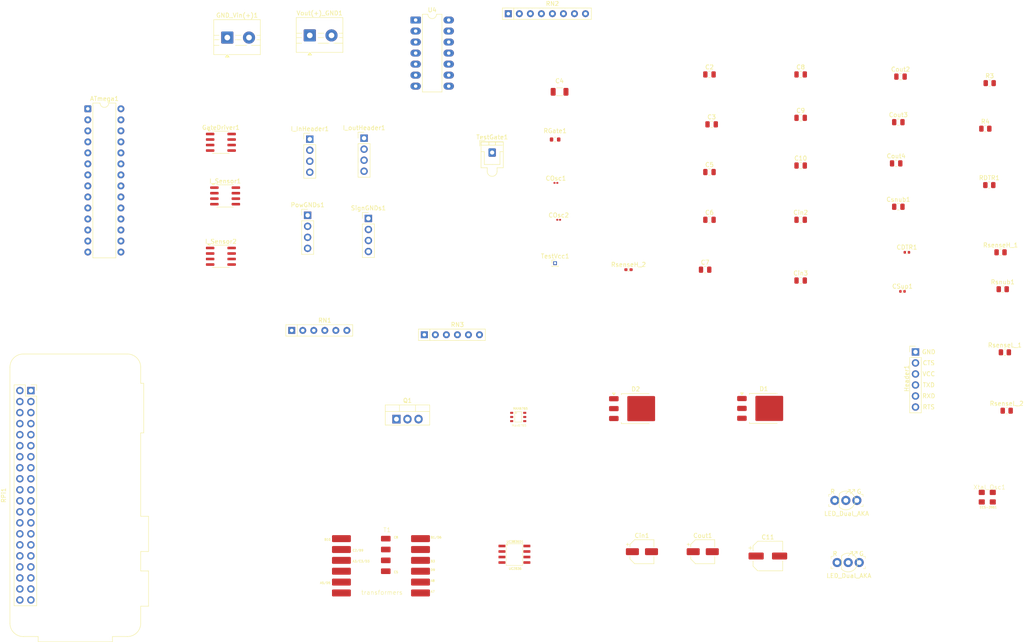
<source format=kicad_pcb>
(kicad_pcb (version 20241229) (generator "pcbnew") (generator_version "9.0")
  (title_block (title "EV Microgrid Flyback Converter ") (company "Cal Poly, Senior Project"))
  (layers (0 "F.Cu" signal) (2 "B.Cu" signal) (13 "F.Paste" user) (15 "B.Paste" user) (5 "F.SilkS" user "F.Silkscreen") (7 "B.SilkS" user "B.Silkscreen") (1 "F.Mask" user) (3 "B.Mask" user) (25 "Edge.Cuts" user))
  (net 0 "")
  (net 1 "/+5Vcc")
  (net 2 "AGND")
  (net 3 "Net-(I_Sensor1-FILTER)")
  (net 4 "PGND")
  (net 5 "/+10Vcc")
  (net 6 "Net-(I_Sensor2-FILTER)")
  (net 7 "Net-(MAX6765-ENABLE)")
  (net 8 "Net-(MAX6765-OUT)")
  (net 9 "/DTR")
  (net 10 "/!Reset")
  (net 11 "Net-(D1-A)")
  (net 12 "/Vin(+)")
  (net 13 "Net-(D2-K)")
  (net 14 "Net-(T1-SA)")
  (net 15 "Net-(D1-K)")
  (net 16 "Net-(D2-A)")
  (net 18 "/PWM")
  (net 20 "Net-(GateDriver1-~{OUT_A})")
  (net 23 "Net-(I_outHeader1-Pin_1)")
  (net 24 "Net-(T1-AA)")
  (net 25 "/IH")
  (net 26 "/IL")
  (net 27 "Net-(Q1-G)")
  (net 28 "Net-(UC3836D1-Feedback)")
  (net 35 "/Red1")
  (net 36 "/Green1")
  (net 37 "Net-(D3-A1)")
  (net 38 "Net-(D3-A2)")
  (net 39 "Net-(D4-A2)")
  (net 40 "/Red2")
  (net 41 "/Green2")
  (net 42 "Net-(D4-A1)")
  (net 49 "/VH")
  (net 51 "/VL")
  (net 52 "/SCLK")
  (net 53 "Net-(ATmega1-XTAL1{slash}PB6)")
  (net 54 "Net-(ATmega1-XTAL2{slash}PB7)")
  (net 56 "/!SS")
  (net 57 "/MOSI")
  (net 58 "/RXD")
  (net 60 "/TXD")
  (net 61 "/ProReset")
  (net 62 "/MISO")
  (net 71 "Net-(UC3836D1-Shutdown)")
  (net 72 "Net-(UC3836D1-Driver_Sink)")
  (net 88 "Net-(RPi1-3V3-Pad1)")
  (footprint "Capacitor_SMD:C_0201_0603Metric" (layer "F.Cu") (at 146.32 66.5)
    (property "Reference" "COsc2" (at 0 -1.05 0) (layer "F.SilkS"))
    (property "Value" "22pF")
    (pad "1" smd roundrect (at -0.32 0) (size 0.46 0.4) (layers "F.Cu" "F.Mask") (net 2 "AGND"))
    (pad "2" smd roundrect (at 0.32 0) (size 0.46 0.4) (layers "F.Cu" "F.Mask") (net 53 "Net-(ATmega1-XTAL1{slash}PB6)"))
  )
  (footprint "Capacitor_SMD:C_0805_2012Metric" (layer "F.Cu") (at 202.05 33)
    (property "Reference" "C8" (at 0 -1.68 0) (layer "F.SilkS"))
    (property "Value" "0.1u")
    (pad "1" smd roundrect (at -0.95 0) (size 1 1.45) (layers "F.Cu" "F.Mask" "F.Paste") (net 8 "Net-(MAX6765-OUT)"))
    (pad "2" smd roundrect (at 0.95 0) (size 1 1.45) (layers "F.Cu" "F.Mask" "F.Paste") (net 1 "/+5Vcc"))
  )
  (footprint "Capacitor_SMD:C_0805_2012Metric" (layer "F.Cu") (at 224.55 44)
    (property "Reference" "Cout3" (at 0 -1.68 0) (layer "F.SilkS"))
    (property "Value" "5u")
    (pad "1" smd roundrect (at -0.95 0) (size 1 1.45) (layers "F.Cu" "F.Mask" "F.Paste") (net 13 "Net-(D2-K)"))
    (pad "2" smd roundrect (at 0.95 0) (size 1 1.45) (layers "F.Cu" "F.Mask" "F.Paste") (net 14 "Net-(T1-SA)"))
  )
  (footprint "Capacitor_SMD:C_0201_0603Metric" (layer "F.Cu") (at 145.68 58)
    (property "Reference" "COsc1" (at 0 -1.05 0) (layer "F.SilkS"))
    (property "Value" "22pF")
    (pad "1" smd roundrect (at -0.32 0) (size 0.46 0.4) (layers "F.Cu" "F.Mask") (net 2 "AGND"))
    (pad "2" smd roundrect (at 0.32 0) (size 0.46 0.4) (layers "F.Cu" "F.Mask") (net 54 "Net-(ATmega1-XTAL2{slash}PB7)"))
  )
  (footprint "Resistor_SMD:R_0805_2012Metric" (layer "F.Cu") (at 244.5875 45.5)
    (property "Reference" "R4" (at 0 -1.65 0) (layer "F.SilkS"))
    (property "Value" "2.5k")
    (pad "1" smd roundrect (at -0.9125 0) (size 1.025 1.4) (layers "F.Cu" "F.Mask" "F.Paste") (roundrect_rratio 0.243902) (net 4 "PGND"))
    (pad "2" smd roundrect (at 0.9125 0) (size 1.025 1.4) (layers "F.Cu" "F.Mask" "F.Paste") (roundrect_rratio 0.243902) (net 28 "Net-(UC3836D1-Feedback)"))
  )
  (footprint "Capacitor_SMD:C_0805_2012Metric" (layer "F.Cu") (at 225.05 33.5)
    (property "Reference" "Cout2" (at 0 -1.68 0) (layer "F.SilkS"))
    (property "Value" "5u")
    (pad "1" smd roundrect (at -0.95 0) (size 1 1.45) (layers "F.Cu" "F.Mask" "F.Paste") (net 13 "Net-(D2-K)"))
    (pad "2" smd roundrect (at 0.95 0) (size 1 1.45) (layers "F.Cu" "F.Mask" "F.Paste") (net 14 "Net-(T1-SA)"))
  )
  (footprint "Resistor_SMD:R_0805_2012Metric" (layer "F.Cu") (at 245.5 58.5)
    (property "Reference" "RDTR1" (at 0 -1.65 0) (layer "F.SilkS"))
    (property "Value" "10k")
    (pad "1" smd roundrect (at -0.9125 0) (size 1.025 1.4) (layers "F.Cu" "F.Mask" "F.Paste") (roundrect_rratio 0.243902) (net 10 "/!Reset"))
    (pad "2" smd roundrect (at 0.9125 0) (size 1.025 1.4) (layers "F.Cu" "F.Mask" "F.Paste") (roundrect_rratio 0.243902) (net 1 "/+5Vcc"))
  )
  (footprint "Capacitor_SMD:C_0805_2012Metric" (layer "F.Cu") (at 202.05 66.5)
    (property "Reference" "Cin2" (at 0 -1.68 0) (layer "F.SilkS"))
    (property "Value" "5u")
    (pad "1" smd roundrect (at -0.95 0) (size 1 1.45) (layers "F.Cu" "F.Mask" "F.Paste") (net 12 "/Vin(+)"))
    (pad "2" smd roundrect (at 0.95 0) (size 1 1.45) (layers "F.Cu" "F.Mask" "F.Paste") (net 11 "Net-(D1-A)"))
  )
  (footprint "FlybackSpecialtyComps:LED_3pin_P2.54mm" (layer "F.Cu") (at 210.46 145.5)
    (property "Reference" "D4")
    (property "Value" "LED_Dual_AKA" (at 2.71 3.048 0) (layer "F.SilkS"))
    (fp_text user "R" (at -0.508 -2.032 0) (layer "F.SilkS"))
    (fp_text user "G" (at 5.588 -2.032 0) (layer "F.SilkS"))
    (pad "1" thru_hole circle (at 0 0) (size 2.1 2.1) (drill 1.1) (layers "*.Cu" "*.Mask") (net 42 "Net-(D4-A1)"))
    (pad "2" thru_hole circle (at 2.54 0) (size 2.1 2.1) (drill 1.1) (layers "*.Cu" "*.Mask") (net 2 "AGND"))
    (pad "3" thru_hole circle (at 5.08 0) (size 2.1 2.1) (drill 1.1) (layers "*.Cu" "*.Mask") (net 39 "Net-(D4-A2)"))
  )
  (footprint "Capacitor_SMD:C_0805_2012Metric" (layer "F.Cu") (at 224.05 53.5)
    (property "Reference" "Cout4" (at 0 -1.68 0) (layer "F.SilkS"))
    (property "Value" "5u")
    (pad "1" smd roundrect (at -0.95 0) (size 1 1.45) (layers "F.Cu" "F.Mask" "F.Paste") (net 13 "Net-(D2-K)"))
    (pad "2" smd roundrect (at 0.95 0) (size 1 1.45) (layers "F.Cu" "F.Mask" "F.Paste") (net 14 "Net-(T1-SA)"))
  )
  (footprint "Package_SO:SOIC-8_3.9x4.9mm_P1.27mm" (layer "F.Cu") (at 68.525 74.905)
    (property "Reference" "I_Sensor2" (at 0 -3.4 0) (layer "F.SilkS"))
    (property "Value" "ACS712xLCTR-05B")
    (pad "1" smd roundrect (at -2.475 -1.905) (size 1.95 0.6) (layers "F.Cu" "F.Mask" "F.Paste") (net 23 "Net-(I_outHeader1-Pin_1)"))
    (pad "2" smd roundrect (at -2.475 -0.635) (size 1.95 0.6) (layers "F.Cu" "F.Mask" "F.Paste") (net 23 "Net-(I_outHeader1-Pin_1)"))
    (pad "3" smd roundrect (at -2.475 0.635) (size 1.95 0.6) (layers "F.Cu" "F.Mask" "F.Paste") (net 16 "Net-(D2-A)"))
    (pad "4" smd roundrect (at -2.475 1.905) (size 1.95 0.6) (layers "F.Cu" "F.Mask" "F.Paste") (net 16 "Net-(D2-A)"))
    (pad "5" smd roundrect (at 2.475 1.905) (size 1.95 0.6) (layers "F.Cu" "F.Mask" "F.Paste") (net 2 "AGND"))
    (pad "6" smd roundrect (at 2.475 0.635) (size 1.95 0.6) (layers "F.Cu" "F.Mask" "F.Paste") (net 6 "Net-(I_Sensor2-FILTER)"))
    (pad "7" smd roundrect (at 2.475 -0.635) (size 1.95 0.6) (layers "F.Cu" "F.Mask" "F.Paste") (net 26 "/IL"))
    (pad "8" smd roundrect (at 2.475 -1.905) (size 1.95 0.6) (layers "F.Cu" "F.Mask" "F.Paste") (net 1 "/+5Vcc"))
  )
  (footprint "Package_SO:SOIC-8_3.9x4.9mm_P1.27mm" (layer "F.Cu") (at 68.525 48.635)
    (property "Reference" "GateDriver1" (at 0 -3.4 0) (layer "F.SilkS"))
    (property "Value" "TC4426xOA")
    (pad "1" smd roundrect (at -2.475 -1.905) (size 1.95 0.6) (layers "F.Cu" "F.Mask" "F.Paste"))
    (pad "2" smd roundrect (at -2.475 -0.635) (size 1.95 0.6) (layers "F.Cu" "F.Mask" "F.Paste") (net 18 "/PWM"))
    (pad "3" smd roundrect (at -2.475 0.635) (size 1.95 0.6) (layers "F.Cu" "F.Mask" "F.Paste") (net 4 "PGND"))
    (pad "4" smd roundrect (at -2.475 1.905) (size 1.95 0.6) (layers "F.Cu" "F.Mask" "F.Paste"))
    (pad "5" smd roundrect (at 2.475 1.905) (size 1.95 0.6) (layers "F.Cu" "F.Mask" "F.Paste"))
    (pad "6" smd roundrect (at 2.475 0.635) (size 1.95 0.6) (layers "F.Cu" "F.Mask" "F.Paste") (net 5 "/+10Vcc"))
    (pad "7" smd roundrect (at 2.475 -0.635) (size 1.95 0.6) (layers "F.Cu" "F.Mask" "F.Paste") (net 20 "Net-(GateDriver1-~{OUT_A})"))
    (pad "8" smd roundrect (at 2.475 -1.905) (size 1.95 0.6) (layers "F.Cu" "F.Mask" "F.Paste"))
  )
  (footprint "Connector_PinHeader_1.00mm:PinHeader_1x01_P1.00mm_Vertical" (layer "F.Cu") (at 145.5 76.5)
    (property "Reference" "TestVcc1" (at 0 -1.61 0) (layer "F.SilkS"))
    (property "Value" "Conn_01x01_Pin")
    (pad "1" thru_hole rect (at 0 0) (size 0.85 0.85) (drill 0.5) (layers "*.Cu" "*.Mask") (net 1 "/+5Vcc"))
  )
  (footprint "FlybackSpecialtyComps:transformers" (layer "F.Cu") (at 96.288 139.994)
    (property "Reference" "T1" (at 10.5 -2 0) (layer "F.SilkS") (effects (font (thickness 0.1))))
    (property "Value" "Transformer_1P_1S")
    (fp_text user "B1/D6" (at 20.5 0 0) (layer "F.SilkS") (effects (font (size 0.5 0.5) (thickness 0.1)) (justify left bottom)))
    (fp_text user "C5" (at 12 8 0) (layer "F.SilkS") (effects (font (size 0.5 0.5) (thickness 0.1)) (justify left bottom)))
    (fp_text user "C8" (at 12 0 0) (layer "F.SilkS") (effects (font (size 0.5 0.5) (thickness 0.1)) (justify left bottom)))
    (fp_text user "D9" (at 20.5 7.5 0) (layer "F.SilkS") (effects (font (size 0.5 0.5) (thickness 0.1)) (justify left bottom)))
    (fp_text user "B3" (at 20.5 5.5 0) (layer "F.SilkS") (effects (font (size 0.5 0.5) (thickness 0.1)) (justify left bottom)))
    (fp_text user "transformers" (at 4.5 13 0) (layer "F.SilkS") (effects (font (thickness 0.1)) (justify left bottom)))
    (fp_text user "C2/B9" (at 2.5 3 0) (layer "F.SilkS") (effects (font (size 0.5 0.5) (thickness 0.1)) (justify left bottom)))
    (fp_text user "A5/D5" (at -5 10.5 0) (layer "F.SilkS") (effects (font (size 0.5 0.5) (thickness 0.1)) (justify left bottom)))
    (fp_text user "A8" (at 20.5 10 0) (layer "F.SilkS") (effects (font (size 0.5 0.5) (thickness 0.1)) (justify left bottom)))
    (fp_text user "A3/C3/D3" (at 2.5 5.5 0) (layer "F.SilkS") (effects (font (size 0.5 0.5) (thickness 0.1)) (justify left bottom)))
    (fp_text user "A7" (at 20.5 12.5 0) (layer "F.SilkS") (effects (font (size 0.5 0.5) (thickness 0.1)) (justify left bottom)))
    (fp_text user "B10" (at -4 0.5 0) (layer "F.SilkS") (effects (font (size 0.5 0.5) (thickness 0.1)) (justify left bottom)))
    (pad "1" smd roundrect (at 0 0) (size 4.349 1.615) (layers "F.Cu" "F.Mask" "F.Paste") (roundrect_rratio 0.15) (net 24 "Net-(T1-AA)"))
    (pad "2" smd roundrect (at 0 2.503) (size 4.349 1.615) (layers "F.Cu" "F.Mask" "F.Paste" "Dwgs.User") (roundrect_rratio 0.15) (net 11 "Net-(D1-A)"))
    (pad "3" smd roundrect (at 0 5.006) (size 4.349 1.615) (layers "F.Cu" "F.Mask" "F.Paste" "Dwgs.User") (roundrect_rratio 0.15) (net 14 "Net-(T1-SA)"))
    (pad "4" smd roundrect (at 0 7.509) (size 4.349 1.615) (layers "F.Cu" "F.Mask" "F.Paste" "Dwgs.User") (roundrect_rratio 0.15) (net 23 "Net-(I_outHeader1-Pin_1)"))
    (pad "5" smd roundrect (at 0 10.012) (size 4.349 1.615) (layers "F.Cu" "F.Mask" "F.Paste" "Dwgs.User") (roundrect_rratio 0.15))
    (pad "6" smd roundrect (at 0 12.515) (size 4.349 1.615) (layers "F.Cu" "F.Mask" "F.Paste" "Dwgs.User") (roundrect_rratio 0.15))
    (pad "7" smd roundrect (at 18.212 0) (size 4.349 1.615) (layers "F.Cu" "F.Mask" "F.Paste") (roundrect_rratio 0.15))
    (pad "8" smd roundrect (at 18.212 2.503) (size 4.349 1.615) (layers "F.Cu" "F.Mask" "F.Paste") (roundrect_rratio 0.15))
    (pad "9" smd roundrect (at 18.212 5.006) (size 4.349 1.615) (layers "F.Cu" "F.Mask" "F.Paste" "Dwgs.User") (roundrect_rratio 0.15))
    (pad "10" smd roundrect (at 18.212 7.509) (size 4.349 1.615) (layers "F.Cu" "F.Mask" "F.Paste" "Dwgs.User") (roundrect_rratio 0.15))
    (pad "11" smd roundrect (at 18.212 10.012) (size 4.349 1.615) (layers "F.Cu" "F.Mask" "F.Paste" "Dwgs.User") (roundrect_rratio 0.15))
    (pad "12" smd roundrect (at 18.212 12.515) (size 4.349 1.615) (layers "F.Cu" "F.Mask" "F.Paste" "Dwgs.User") (roundrect_rratio 0.15))
    (pad "13" smd roundrect (at 10.211 0) (size 2.21 1.299) (layers "F.Cu" "F.Mask" "F.Paste" "Dwgs.User") (roundrect_rratio 0.15))
    (pad "14" smd roundrect (at 10.211 2.503) (size 2.21 1.299) (layers "F.Cu" "F.Mask" "F.Paste" "Dwgs.User") (roundrect_rratio 0.15))
    (pad "15" smd roundrect (at 10.211 5.006) (size 2.21 1.299) (layers "F.Cu" "F.Mask" "F.Paste" "Dwgs.User") (roundrect_rratio 0.15))
    (pad "16" smd roundrect (at 10.211 7.509) (size 2.21 1.299) (layers "F.Cu" "F.Mask" "F.Paste" "Dwgs.User") (roundrect_rratio 0.15))
  )
  (footprint "Capacitor_SMD:CP_Elec_5x4.5" (layer "F.Cu") (at 165.5 143)
    (property "Reference" "Cin1" (at 0 -3.7 0) (layer "F.SilkS"))
    (property "Value" "10u")
    (pad "1" smd roundrect (at -2.2 0) (size 3 1.6) (layers "F.Cu" "F.Mask" "F.Paste") (roundrect_rratio 0.15625) (net 12 "/Vin(+)"))
    (pad "2" smd roundrect (at 2.2 0) (size 3 1.6) (layers "F.Cu" "F.Mask" "F.Paste") (roundrect_rratio 0.15625) (net 11 "Net-(D1-A)"))
  )
  (footprint "Package_TO_SOT_SMD:TO-252-3_TabPin2" (layer "F.Cu") (at 164.065 110.025)
    (property "Reference" "D2" (at 0 -4.5 0) (layer "F.SilkS"))
    (property "Value" "D")
    (pad "1" smd roundrect (at -5.04 -2.28) (size 2.2 1.2) (layers "F.Cu" "F.Mask" "F.Paste") (roundrect_rratio 0.208333) (net 13 "Net-(D2-K)"))
    (pad "2" smd roundrect (at -5.04 0) (size 2.2 1.2) (layers "F.Cu" "F.Mask" "F.Paste") (roundrect_rratio 0.208333) (net 16 "Net-(D2-A)"))
    (pad "2" smd roundrect (at 1.26 0) (size 6.4 5.8) (layers "F.Cu" "F.Mask") (roundrect_rratio 0.043103) (net 16 "Net-(D2-A)"))
    (pad "3" smd roundrect (at -5.04 2.28) (size 2.2 1.2) (layers "F.Cu" "F.Mask" "F.Paste") (roundrect_rratio 0.208333))
  )
  (footprint "Package_DIP:DIP-14_W7.62mm_LongPads" (layer "F.Cu") (at 113.38 20.46)
    (property "Reference" "U4" (at 3.81 -2.33 0) (layer "F.SilkS"))
    (property "Value" "74HC02")
    (pad "1" thru_hole roundrect (at 0 0) (size 2.4 1.6) (drill 0.8) (layers "*.Cu" "*.Mask") (roundrect_rratio 0.15625))
    (pad "2" thru_hole oval (at 0 2.54) (size 2.4 1.6) (drill 0.8) (layers "*.Cu" "*.Mask"))
    (pad "3" thru_hole oval (at 0 5.08) (size 2.4 1.6) (drill 0.8) (layers "*.Cu" "*.Mask"))
    (pad "4" thru_hole oval (at 0 7.62) (size 2.4 1.6) (drill 0.8) (layers "*.Cu" "*.Mask"))
    (pad "5" thru_hole oval (at 0 10.16) (size 2.4 1.6) (drill 0.8) (layers "*.Cu" "*.Mask"))
    (pad "6" thru_hole oval (at 0 12.7) (size 2.4 1.6) (drill 0.8) (layers "*.Cu" "*.Mask"))
    (pad "7" thru_hole oval (at 0 15.24) (size 2.4 1.6) (drill 0.8) (layers "*.Cu" "*.Mask"))
    (pad "8" thru_hole oval (at 7.62 15.24) (size 2.4 1.6) (drill 0.8) (layers "*.Cu" "*.Mask"))
    (pad "9" thru_hole oval (at 7.62 12.7) (size 2.4 1.6) (drill 0.8) (layers "*.Cu" "*.Mask"))
    (pad "10" thru_hole oval (at 7.62 10.16) (size 2.4 1.6) (drill 0.8) (layers "*.Cu" "*.Mask"))
    (pad "11" thru_hole oval (at 7.62 7.62) (size 2.4 1.6) (drill 0.8) (layers "*.Cu" "*.Mask"))
    (pad "12" thru_hole oval (at 7.62 5.08) (size 2.4 1.6) (drill 0.8) (layers "*.Cu" "*.Mask"))
    (pad "13" thru_hole oval (at 7.62 2.54) (size 2.4 1.6) (drill 0.8) (layers "*.Cu" "*.Mask"))
    (pad "14" thru_hole oval (at 7.62 0) (size 2.4 1.6) (drill 0.8) (layers "*.Cu" "*.Mask"))
  )
  (footprint "Resistor_THT:R_Array_SIP6" (layer "F.Cu") (at 84.84 92)
    (property "Reference" "RN1" (at 7.62 -2.31 0) (layer "F.SilkS"))
    (property "Value" "R_Network05")
    (pad "1" thru_hole rect (at 0 0) (size 1.6 1.6) (drill 0.8) (layers "*.Cu" "*.Mask"))
    (pad "2" thru_hole circle (at 2.54 0) (size 1.6 1.6) (drill 0.8) (layers "*.Cu" "*.Mask"))
    (pad "3" thru_hole circle (at 5.08 0) (size 1.6 1.6) (drill 0.8) (layers "*.Cu" "*.Mask"))
    (pad "4" thru_hole circle (at 7.62 0) (size 1.6 1.6) (drill 0.8) (layers "*.Cu" "*.Mask"))
    (pad "5" thru_hole circle (at 10.16 0) (size 1.6 1.6) (drill 0.8) (layers "*.Cu" "*.Mask"))
    (pad "6" thru_hole circle (at 12.7 0) (size 1.6 1.6) (drill 0.8) (layers "*.Cu" "*.Mask"))
  )
  (footprint "Resistor_THT:R_Array_SIP8" (layer "F.Cu") (at 134.72 19)
    (property "Reference" "RN2" (at 10.16 -2.31 0) (layer "F.SilkS"))
    (property "Value" "R_Pack04_SIP")
    (pad "1" thru_hole rect (at 0 0) (size 1.6 1.6) (drill 0.8) (layers "*.Cu" "*.Mask") (net 35 "/Red1"))
    (pad "2" thru_hole circle (at 2.54 0) (size 1.6 1.6) (drill 0.8) (layers "*.Cu" "*.Mask") (net 37 "Net-(D3-A1)"))
    (pad "3" thru_hole circle (at 5.08 0) (size 1.6 1.6) (drill 0.8) (layers "*.Cu" "*.Mask") (net 36 "/Green1"))
    (pad "4" thru_hole circle (at 7.62 0) (size 1.6 1.6) (drill 0.8) (layers "*.Cu" "*.Mask") (net 38 "Net-(D3-A2)"))
    (pad "5" thru_hole circle (at 10.16 0) (size 1.6 1.6) (drill 0.8) (layers "*.Cu" "*.Mask") (net 40 "/Red2"))
    (pad "6" thru_hole circle (at 12.7 0) (size 1.6 1.6) (drill 0.8) (layers "*.Cu" "*.Mask") (net 42 "Net-(D4-A1)"))
    (pad "7" thru_hole circle (at 15.24 0) (size 1.6 1.6) (drill 0.8) (layers "*.Cu" "*.Mask") (net 41 "/Green2"))
    (pad "8" thru_hole circle (at 17.78 0) (size 1.6 1.6) (drill 0.8) (layers "*.Cu" "*.Mask") (net 39 "Net-(D4-A2)"))
  )
  (footprint "Resistor_SMD:R_0805_2012Metric" (layer "F.Cu") (at 248.5875 82.5)
    (property "Reference" "Rsnub1" (at 0 -1.65 0) (layer "F.SilkS"))
    (property "Value" "110")
    (pad "1" smd roundrect (at -0.9125 0) (size 1.025 1.4) (layers "F.Cu" "F.Mask" "F.Paste") (roundrect_rratio 0.243902) (net 12 "/Vin(+)"))
    (pad "2" smd roundrect (at 0.9125 0) (size 1.025 1.4) (layers "F.Cu" "F.Mask" "F.Paste") (roundrect_rratio 0.243902) (net 15 "Net-(D1-K)"))
  )
  (footprint "Capacitor_SMD:C_0805_2012Metric" (layer "F.Cu") (at 202.05 43)
    (property "Reference" "C9" (at 0 -1.68 0) (layer "F.SilkS"))
    (property "Value" "10u")
    (pad "1" smd roundrect (at -0.95 0) (size 1 1.45) (layers "F.Cu" "F.Mask" "F.Paste") (net 4 "PGND"))
    (pad "2" smd roundrect (at 0.95 0) (size 1 1.45) (layers "F.Cu" "F.Mask" "F.Paste") (net 5 "/+10Vcc"))
  )
  (footprint "Connector_PinHeader_2.54mm:PinHeader_1x04_P2.54mm_Vertical" (layer "F.Cu") (at 89 47.92)
    (property "Reference" "I_InHeader1" (at 0 -2.38 0) (layer "F.SilkS"))
    (property "Value" "Conn_01x04_Pin")
    (pad "1" thru_hole rect (at 0 0) (size 1.7 1.7) (drill 1) (layers "*.Cu" "*.Mask") (net 12 "/Vin(+)"))
    (pad "2" thru_hole circle (at 0 2.54) (size 1.7 1.7) (drill 1) (layers "*.Cu" "*.Mask") (net 12 "/Vin(+)"))
    (pad "3" thru_hole circle (at 0 5.08) (size 1.7 1.7) (drill 1) (layers "*.Cu" "*.Mask") (net 12 "/Vin(+)"))
    (pad "4" thru_hole circle (at 0 7.62) (size 1.7 1.7) (drill 1) (layers "*.Cu" "*.Mask") (net 12 "/Vin(+)"))
  )
  (footprint "Capacitor_SMD:C_0805_2012Metric" (layer "F.Cu") (at 180.05 78)
    (property "Reference" "C7" (at 0 -1.68 0) (layer "F.SilkS"))
    (property "Value" "10u")
    (pad "1" smd roundrect (at -0.95 0) (size 1 1.45) (layers "F.Cu" "F.Mask" "F.Paste") (net 7 "Net-(MAX6765-ENABLE)"))
    (pad "2" smd roundrect (at 0.95 0) (size 1 1.45) (layers "F.Cu" "F.Mask" "F.Paste") (net 5 "/+10Vcc"))
  )
  (footprint "Capacitor_SMD:C_0805_2012Metric" (layer "F.Cu") (at 224.55 63.5)
    (property "Reference" "Csnub1" (at 0 -1.68 0) (layer "F.SilkS"))
    (property "Value" "4n")
    (pad "1" smd roundrect (at -0.95 0) (size 1 1.45) (layers "F.Cu" "F.Mask" "F.Paste") (net 12 "/Vin(+)"))
    (pad "2" smd roundrect (at 0.95 0) (size 1 1.45) (layers "F.Cu" "F.Mask" "F.Paste") (net 15 "Net-(D1-K)"))
  )
  (footprint "Capacitor_SMD:CP_Elec_5x4.5" (layer "F.Cu") (at 179.5 143)
    (property "Reference" "Cout1" (at 0 -3.7 0) (layer "F.SilkS"))
    (property "Value" "15u")
    (pad "1" smd roundrect (at -2.2 0) (size 3 1.6) (layers "F.Cu" "F.Mask" "F.Paste") (roundrect_rratio 0.15625) (net 13 "Net-(D2-K)"))
    (pad "2" smd roundrect (at 2.2 0) (size 3 1.6) (layers "F.Cu" "F.Mask" "F.Paste") (roundrect_rratio 0.15625) (net 14 "Net-(T1-SA)"))
  )
  (footprint "Capacitor_SMD:C_0402_1005Metric" (layer "F.Cu") (at 225.5 83)
    (property "Reference" "CSup1" (at 0 -1.16 0) (layer "F.SilkS"))
    (property "Value" "1uF")
    (pad "1" smd roundrect (at -0.48 0) (size 0.56 0.62) (layers "F.Cu" "F.Mask" "F.Paste") (net 1 "/+5Vcc"))
    (pad "2" smd roundrect (at 0.48 0) (size 0.56 0.62) (layers "F.Cu" "F.Mask" "F.Paste") (net 4 "PGND"))
  )
  (footprint "Capacitor_SMD:C_0805_2012Metric" (layer "F.Cu") (at 181.05 33)
    (property "Reference" "C2" (at 0 -1.68 0) (layer "F.SilkS"))
    (property "Value" "0.1u")
    (pad "1" smd roundrect (at -0.95 0) (size 1 1.45) (layers "F.Cu" "F.Mask" "F.Paste") (net 1 "/+5Vcc"))
    (pad "2" smd roundrect (at 0.95 0) (size 1 1.45) (layers "F.Cu" "F.Mask" "F.Paste") (net 2 "AGND"))
  )
  (footprint "Capacitor_SMD:C_0805_2012Metric" (layer "F.Cu") (at 181.05 55.5)
    (property "Reference" "C5" (at 0 -1.68 0) (layer "F.SilkS"))
    (property "Value" "0.1u")
    (pad "1" smd roundrect (at -0.95 0) (size 1 1.45) (layers "F.Cu" "F.Mask" "F.Paste") (net 1 "/+5Vcc"))
    (pad "2" smd roundrect (at 0.95 0) (size 1 1.45) (layers "F.Cu" "F.Mask" "F.Paste") (net 2 "AGND"))
  )
  (footprint "Connector_PinHeader_2.54mm:PinHeader_1x04_P2.54mm_Vertical" (layer "F.Cu") (at 88.5 65.46)
    (property "Reference" "PowGNDs1" (at 0 -2.38 0) (layer "F.SilkS"))
    (property "Value" "Conn_01x04_Pin")
    (pad "1" thru_hole rect (at 0 0) (size 1.7 1.7) (drill 1) (layers "*.Cu" "*.Mask") (net 4 "PGND"))
    (pad "2" thru_hole circle (at 0 2.54) (size 1.7 1.7) (drill 1) (layers "*.Cu" "*.Mask") (net 4 "PGND"))
    (pad "3" thru_hole circle (at 0 5.08) (size 1.7 1.7) (drill 1) (layers "*.Cu" "*.Mask") (net 4 "PGND"))
    (pad "4" thru_hole circle (at 0 7.62) (size 1.7 1.7) (drill 1) (layers "*.Cu" "*.Mask") (net 4 "PGND"))
  )
  (footprint "Connector_JST:JST_XH_B1B-XH-AM_1x01_P2.50mm_Vertical" (layer "F.Cu") (at 131 51)
    (property "Reference" "TestGate1" (at 0 -3.55 0) (layer "F.SilkS"))
    (property "Value" "Conn_01x01_Pin")
    (pad "" np_thru_hole circle (at 0 4.35) (size 1.75 1.75) (drill 1.75) (layers "*.Cu" "*.Mask"))
    (pad "1" thru_hole roundrect (at 0 0) (size 1.7 1.95) (drill 0.95) (layers "*.Cu" "*.Mask") (roundrect_rratio 0.147059) (net 27 "Net-(Q1-G)"))
  )
  (footprint "FlybackSpecialtyComps:Max6765" (layer "F.Cu") (at 135.5 111)
    (property "Reference" "MAX6765" (at 2 -1 0) (layer "F.SilkS") (effects (font (size 0.5 0.5) (thickness 0.1))))
    (property "Value" "5V Regulator")
    (fp_text user "Max6765" (at 0 3.2 0) (layer "F.SilkS") (effects (font (size 0.5 0.5) (thickness 0.0625)) (justify left bottom)))
    (pad "1" smd roundrect (at 0 0) (size 0.71 0.46) (layers "F.Cu" "F.Mask" "F.Paste") (roundrect_rratio 0.15) (net 7 "Net-(MAX6765-ENABLE)"))
    (pad "2" smd roundrect (at 0 0.95) (size 0.71 0.46) (layers "F.Cu" "F.Mask" "F.Paste") (roundrect_rratio 0.15) (net 2 "AGND"))
    (pad "3" smd roundrect (at 0 1.9) (size 0.71 0.46) (layers "F.Cu" "F.Mask" "F.Paste") (roundrect_rratio 0.15) (net 7 "Net-(MAX6765-ENABLE)"))
    (pad "4" smd roundrect (at 3 0) (size 0.71 0.46) (layers "F.Cu" "F.Mask" "F.Paste") (roundrect_rratio 0.15) (net 8 "Net-(MAX6765-OUT)"))
    (pad "5" smd roundrect (at 3 0.95) (size 0.71 0.46) (layers "F.Cu" "F.Mask" "F.Paste") (roundrect_rratio 0.15))
    (pad "6" smd roundrect (at 3 1.9) (size 0.71 0.46) (layers "F.Cu" "F.Mask" "F.Paste") (roundrect_rratio 0.15))
  )
  (footprint "FlybackSpecialtyComps:FTDI_USB_TTL_Header" (layer "F.Cu") (at 228.5 96.96)
    (property "Reference" "Header1" (at -2.032 6.096 90) (layer "F.SilkS"))
    (property "Value" "Conn_01x06_Male")
    (fp_text user "RXD" (at 3.048 10.16 0) (layer "F.SilkS"))
    (fp_text user "GND" (at 3.048 0 0) (layer "F.SilkS"))
    (fp_text user "VCC" (at 3.048 5.08 0) (layer "F.SilkS"))
    (fp_text user "RTS" (at 3.048 12.7 0) (layer "F.SilkS"))
    (fp_text user "CTS" (at 3.048 2.54 0) (layer "F.SilkS"))
    (fp_text user "TXD" (at 3.048 7.62 0) (layer "F.SilkS"))
    (pad "1" thru_hole rect (at 0 0) (size 1.7 1.7) (drill 1) (layers "*.Cu" "*.Mask") (net 9 "/DTR"))
    (pad "2" thru_hole oval (at 0 2.54) (size 1.7 1.7) (drill 1) (layers "*.Cu" "*.Mask") (net 60 "/TXD"))
    (pad "3" thru_hole oval (at 0 5.08) (size 1.7 1.7) (drill 1) (layers "*.Cu" "*.Mask") (net 58 "/RXD"))
    (pad "4" thru_hole oval (at 0 7.62) (size 1.7 1.7) (drill 1) (layers "*.Cu" "*.Mask") (net 1 "/+5Vcc"))
    (pad "5" thru_hole oval (at 0 10.16) (size 1.7 1.7) (drill 1) (layers "*.Cu" "*.Mask") (net 2 "AGND"))
    (pad "6" thru_hole oval (at 0 12.7) (size 1.7 1.7) (drill 1) (layers "*.Cu" "*.Mask") (net 2 "AGND"))
  )
  (footprint "Resistor_SMD:R_0805_2012Metric" (layer "F.Cu") (at 248.0875 74)
    (property "Reference" "RsenseH_1" (at 0 -1.65 0) (layer "F.SilkS"))
    (property "Value" "120k")
    (pad "1" smd roundrect (at -0.9125 0) (size 1.025 1.4) (layers "F.Cu" "F.Mask" "F.Paste") (roundrect_rratio 0.243902) (net 49 "/VH"))
    (pad "2" smd roundrect (at 0.9125 0) (size 1.025 1.4) (layers "F.Cu" "F.Mask" "F.Paste") (roundrect_rratio 0.243902) (net 24 "Net-(T1-AA)"))
  )
  (footprint "Connector_PinHeader_2.54mm:PinHeader_1x04_P2.54mm_Vertical" (layer "F.Cu") (at 101.5 47.69)
    (property "Reference" "I_outHeader1" (at 0 -2.38 0) (layer "F.SilkS"))
    (property "Value" "Conn_01x04_Pin")
    (pad "1" thru_hole rect (at 0 0) (size 1.7 1.7) (drill 1) (layers "*.Cu" "*.Mask") (net 23 "Net-(I_outHeader1-Pin_1)"))
    (pad "2" thru_hole circle (at 0 2.54) (size 1.7 1.7) (drill 1) (layers "*.Cu" "*.Mask") (net 23 "Net-(I_outHeader1-Pin_1)"))
    (pad "3" thru_hole circle (at 0 5.08) (size 1.7 1.7) (drill 1) (layers "*.Cu" "*.Mask") (net 23 "Net-(I_outHeader1-Pin_1)"))
    (pad "4" thru_hole circle (at 0 7.62) (size 1.7 1.7) (drill 1) (layers "*.Cu" "*.Mask") (net 23 "Net-(I_outHeader1-Pin_1)"))
  )
  (footprint "Package_SO:SOIC-8_3.9x4.9mm_P1.27mm" (layer "F.Cu") (at 69.5 61)
    (property "Reference" "I_Sensor1" (at 0 -3.4 0) (layer "F.SilkS"))
    (property "Value" "ACS712xLCTR-05B")
    (pad "1" smd roundrect (at -2.475 -1.905) (size 1.95 0.6) (layers "F.Cu" "F.Mask" "F.Paste") (net 12 "/Vin(+)"))
    (pad "2" smd roundrect (at -2.475 -0.635) (size 1.95 0.6) (layers "F.Cu" "F.Mask" "F.Paste") (net 12 "/Vin(+)"))
    (pad "3" smd roundrect (at -2.475 0.635) (size 1.95 0.6) (layers "F.Cu" "F.Mask" "F.Paste") (net 24 "Net-(T1-AA)"))
    (pad "4" smd roundrect (at -2.475 1.905) (size 1.95 0.6) (layers "F.Cu" "F.Mask" "F.Paste") (net 24 "Net-(T1-AA)"))
    (pad "5" smd roundrect (at 2.475 1.905) (size 1.95 0.6) (layers "F.Cu" "F.Mask" "F.Paste") (net 2 "AGND"))
    (pad "6" smd roundrect (at 2.475 0.635) (size 1.95 0.6) (layers "F.Cu" "F.Mask" "F.Paste") (net 3 "Net-(I_Sensor1-FILTER)"))
    (pad "7" smd roundrect (at 2.475 -0.635) (size 1.95 0.6) (layers "F.Cu" "F.Mask" "F.Paste") (net 25 "/IH"))
    (pad "8" smd roundrect (at 2.475 -1.905) (size 1.95 0.6) (layers "F.Cu" "F.Mask" "F.Paste") (net 1 "/+5Vcc"))
  )
  (footprint "Resistor_SMD:R_0402_1005Metric_Pad0.72x0.64mm_HandSolder" (layer "F.Cu") (at 162.4025 78)
    (property "Reference" "RsenseH_2" (at 0 -1.17 0) (layer "F.SilkS"))
    (property "Value" "10k")
    (pad "1" smd roundrect (at -0.5975 0) (size 0.715 0.64) (layers "F.Cu" "F.Mask" "F.Paste") (net 11 "Net-(D1-A)"))
    (pad "2" smd roundrect (at 0.5975 0) (size 0.715 0.64) (layers "F.Cu" "F.Mask" "F.Paste") (net 49 "/VH"))
  )
  (footprint "Capacitor_SMD:C_0402_1005Metric" (layer "F.Cu") (at 226.52 74)
    (property "Reference" "CDTR1" (at 0 -1.16 0) (layer "F.SilkS"))
    (property "Value" "1uF")
    (pad "1" smd roundrect (at -0.48 0) (size 0.56 0.62) (layers "F.Cu" "F.Mask" "F.Paste") (net 10 "/!Reset"))
    (pad "2" smd roundrect (at 0.48 0) (size 0.56 0.62) (layers "F.Cu" "F.Mask" "F.Paste") (net 9 "/DTR"))
  )
  (footprint "Resistor_SMD:R_0805_2012Metric" (layer "F.Cu") (at 249.0875 97.05)
    (property "Reference" "RsenseL_1" (at 0 -1.65 0) (layer "F.SilkS"))
    (property "Value" "120k")
    (pad "1" smd roundrect (at -0.9125 0) (size 1.025 1.4) (layers "F.Cu" "F.Mask" "F.Paste") (roundrect_rratio 0.243902) (net 23 "Net-(I_outHeader1-Pin_1)"))
    (pad "2" smd roundrect (at 0.9125 0) (size 1.025 1.4) (layers "F.Cu" "F.Mask" "F.Paste") (roundrect_rratio 0.243902) (net 51 "/VL"))
  )
  (footprint "Capacitor_SMD:C_0805_2012Metric" (layer "F.Cu") (at 202.05 54)
    (property "Reference" "C10" (at 0 -1.68 0) (layer "F.SilkS"))
    (property "Value" "0.1u")
    (pad "1" smd roundrect (at -0.95 0) (size 1 1.45) (layers "F.Cu" "F.Mask" "F.Paste") (net 4 "PGND"))
    (pad "2" smd roundrect (at 0.95 0) (size 1 1.45) (layers "F.Cu" "F.Mask" "F.Paste") (net 5 "/+10Vcc"))
  )
  (footprint "Resistor_SMD:R_0805_2012Metric" (layer "F.Cu") (at 245.5875 35)
    (property "Reference" "R3" (at 0 -1.65 0) (layer "F.SilkS"))
    (property "Value" "7500")
    (pad "1" smd roundrect (at -0.9125 0) (size 1.025 1.4) (layers "F.Cu" "F.Mask" "F.Paste") (roundrect_rratio 0.243902) (net 5 "/+10Vcc"))
    (pad "2" smd roundrect (at 0.9125 0) (size 1.025 1.4) (layers "F.Cu" "F.Mask" "F.Paste") (roundrect_rratio 0.243902) (net 28 "Net-(UC3836D1-Feedback)"))
  )
  (footprint "FlybackSpecialtyComps:LED_3pin_P2.54mm" (layer "F.Cu") (at 209.92 131.184739)
    (property "Reference" "D3")
    (property "Value" "LED_Dual_AKA" (at 2.71 3.048 0) (layer "F.SilkS"))
    (fp_text user "R" (at -0.508 -2.032 0) (layer "F.SilkS"))
    (fp_text user "G" (at 5.588 -2.032 0) (layer "F.SilkS"))
    (pad "1" thru_hole circle (at 0 0) (size 2.1 2.1) (drill 1.1) (layers "*.Cu" "*.Mask") (net 37 "Net-(D3-A1)"))
    (pad "2" thru_hole circle (at 2.54 0) (size 2.1 2.1) (drill 1.1) (layers "*.Cu" "*.Mask") (net 2 "AGND"))
    (pad "3" thru_hole circle (at 5.08 0) (size 2.1 2.1) (drill 1.1) (layers "*.Cu" "*.Mask") (net 38 "Net-(D3-A2)"))
  )
  (footprint "Package_TO_SOT_THT:TO-220-3_Vertical" (layer "F.Cu") (at 108.96 112.445)
    (property "Reference" "Q1" (at 2.54 -4.27 0) (layer "F.SilkS"))
    (property "Value" "IRF540N")
    (pad "1" thru_hole rect (at 0 0) (size 1.905 2) (drill 1.1) (layers "*.Cu" "*.Mask") (net 27 "Net-(Q1-G)"))
    (pad "2" thru_hole oval (at 2.54 0) (size 1.905 2) (drill 1.1) (layers "*.Cu" "*.Mask") (net 11 "Net-(D1-A)"))
    (pad "3" thru_hole oval (at 5.08 0) (size 1.905 2) (drill 1.1) (layers "*.Cu" "*.Mask") (net 4 "PGND"))
  )
  (footprint "Capacitor_SMD:C_0805_2012Metric" (layer "F.Cu") (at 202.05 80.5)
    (property "Reference" "Cin3" (at 0 -1.68 0) (layer "F.SilkS"))
    (property "Value" "5u")
    (pad "1" smd roundrect (at -0.95 0) (size 1 1.45) (layers "F.Cu" "F.Mask" "F.Paste") (net 12 "/Vin(+)"))
    (pad "2" smd roundrect (at 0.95 0) (size 1 1.45) (layers "F.Cu" "F.Mask" "F.Paste") (net 11 "Net-(D1-A)"))
  )
  (footprint "TerminalBlock:TerminalBlock_MaiXu_MX126-5.0-02P_1x02_P5.00mm" (layer "F.Cu") (at 70 24.5)
    (property "Reference" "GND_Vin(+)1" (at 2.25 -5.12 0) (layer "F.SilkS"))
    (property "Value" "Screw_Terminal_01x02")
    (pad "1" thru_hole roundrect (at 0 0) (size 2.8 2.8) (drill 1.3) (layers "*.Cu" "*.Mask") (roundrect_rratio 0.089286) (net 12 "/Vin(+)"))
    (pad "2" thru_hole circle (at 5 0) (size 2.8 2.8) (drill 1.3) (layers "*.Cu" "*.Mask") (net 4 "PGND"))
  )
  (footprint "Package_DIP:DIP-28_W7.62mm" (layer "F.Cu") (at 37.88 40.92)
    (property "Reference" "ATmega1" (at 3.81 -2.33 0) (layer "F.SilkS"))
    (property "Value" "ATmega328P-P")
    (pad "1" thru_hole roundrect (at 0 0) (size 1.6 1.6) (drill 0.8) (layers "*.Cu" "*.Mask") (roundrect_rratio 0.15625) (net 10 "/!Reset"))
    (pad "2" thru_hole circle (at 0 2.54) (size 1.6 1.6) (drill 0.8) (layers "*.Cu" "*.Mask") (net 58 "/RXD"))
    (pad "3" thru_hole circle (at 0 5.08) (size 1.6 1.6) (drill 0.8) (layers "*.Cu" "*.Mask") (net 60 "/TXD"))
    (pad "4" thru_hole circle (at 0 7.62) (size 1.6 1.6) (drill 0.8) (layers "*.Cu" "*.Mask") (net 35 "/Red1"))
    (pad "5" thru_hole circle (at 0 10.16) (size 1.6 1.6) (drill 0.8) (layers "*.Cu" "*.Mask") (net 36 "/Green1"))
    (pad "6" thru_hole circle (at 0 12.7) (size 1.6 1.6) (drill 0.8) (layers "*.Cu" "*.Mask") (net 61 "/ProReset"))
    (pad "7" thru_hole circle (at 0 15.24) (size 1.6 1.6) (drill 0.8) (layers "*.Cu" "*.Mask") (net 1 "/+5Vcc"))
    (pad "8" thru_hole circle (at 0 17.78) (size 1.6 1.6) (drill 0.8) (layers "*.Cu" "*.Mask") (net 2 "AGND"))
    (pad "9" thru_hole circle (at 0 20.32) (size 1.6 1.6) (drill 0.8) (layers "*.Cu" "*.Mask") (net 53 "Net-(ATmega1-XTAL1{slash}PB6)"))
    (pad "10" thru_hole circle (at 0 22.86) (size 1.6 1.6) (drill 0.8) (layers "*.Cu" "*.Mask") (net 54 "Net-(ATmega1-XTAL2{slash}PB7)"))
    (pad "11" thru_hole circle (at 0 25.4) (size 1.6 1.6) (drill 0.8) (layers "*.Cu" "*.Mask"))
    (pad "12" thru_hole circle (at 0 27.94) (size 1.6 1.6) (drill 0.8) (layers "*.Cu" "*.Mask") (net 40 "/Red2"))
    (pad "13" thru_hole circle (at 0 30.48) (size 1.6 1.6) (drill 0.8) (layers "*.Cu" "*.Mask") (net 41 "/Green2"))
    (pad "14" thru_hole circle (at 0 33.02) (size 1.6 1.6) (drill 0.8) (layers "*.Cu" "*.Mask"))
    (pad "15" thru_hole circle (at 7.62 33.02) (size 1.6 1.6) (drill 0.8) (layers "*.Cu" "*.Mask") (net 18 "/PWM"))
    (pad "16" thru_hole circle (at 7.62 30.48) (size 1.6 1.6) (drill 0.8) (layers "*.Cu" "*.Mask") (net 56 "/!SS"))
    (pad "17" thru_hole circle (at 7.62 27.94) (size 1.6 1.6) (drill 0.8) (layers "*.Cu" "*.Mask") (net 57 "/MOSI"))
    (pad "18" thru_hole circle (at 7.62 25.4) (size 1.6 1.6) (drill 0.8) (layers "*.Cu" "*.Mask") (net 62 "/MISO"))
    (pad "19" thru_hole circle (at 7.62 22.86) (size 1.6 1.6) (drill 0.8) (layers "*.Cu" "*.Mask") (net 52 "/SCLK"))
    (pad "20" thru_hole circle (at 7.62 20.32) (size 1.6 1.6) (drill 0.8) (layers "*.Cu" "*.Mask") (net 1 "/+5Vcc"))
    (pad "21" thru_hole circle (at 7.62 17.78) (size 1.6 1.6) (drill 0.8) (layers "*.Cu" "*.Mask"))
    (pad "22" thru_hole circle (at 7.62 15.24) (size 1.6 1.6) (drill 0.8) (layers "*.Cu" "*.Mask") (net 2 "AGND"))
    (pad "23" thru_hole circle (at 7.62 12.7) (size 1.6 1.6) (drill 0.8) (layers "*.Cu" "*.Mask") (net 49 "/VH"))
    (pad "24" thru_hole circle (at 7.62 10.16) (size 1.6 1.6) (drill 0.8) (layers "*.Cu" "*.Mask") (net 25 "/IH"))
    (pad "25" thru_hole circle (at 7.62 7.62) (size 1.6 1.6) (drill 0.8) (layers "*.Cu" "*.Mask") (net 51 "/VL"))
    (pad "26" thru_hole circle (at 7.62 5.08) (size 1.6 1.6) (drill 0.8) (layers "*.Cu" "*.Mask") (net 26 "/IL"))
    (pad "27" thru_hole circle (at 7.62 2.54) (size 1.6 1.6) (drill 0.8) (layers "*.Cu" "*.Mask"))
    (pad "28" thru_hole circle (at 7.62 0) (size 1.6 1.6) (drill 0.8) (layers "*.Cu" "*.Mask"))
  )
  (footprint "FlybackSpecialtyComps:UC2836" (layer "F.Cu") (at 133.26 141.69)
    (property "Reference" "UC3836D1" (at 3 -1 0) (layer "F.SilkS") (effects (font (size 0.5 0.5) (thickness 0.1))))
    (property "Value" "10V Regulator")
    (fp_text user "UC2836" (at 1.5 5.5 0) (layer "F.SilkS") (effects (font (size 0.5 0.5) (thickness 0.1)) (justify left bottom)))
    (pad "1" smd roundrect (at 0 0 90) (size 0.6 1.6) (layers "F.Cu" "F.Mask" "F.Paste") (roundrect_rratio 0.15) (net 12 "/Vin(+)"))
    (pad "2" smd roundrect (at 0 1.27 90) (size 0.6 1.6) (layers "F.Cu" "F.Mask" "F.Paste") (roundrect_rratio 0.15) (net 71 "Net-(UC3836D1-Shutdown)"))
    (pad "3" smd roundrect (at 0 2.54 90) (size 0.6 1.6) (layers "F.Cu" "F.Mask" "F.Paste") (roundrect_rratio 0.15) (net 4 "PGND"))
    (pad "4" smd roundrect (at 0 3.81 90) (size 0.6 1.6) (layers "F.Cu" "F.Mask" "F.Paste") (roundrect_rratio 0.15) (net 5 "/+10Vcc"))
    (pad "5" smd roundrect (at 5.74 0 90) (size 0.6 1.6) (layers "F.Cu" "F.Mask" "F.Paste") (roundrect_rratio 0.15) (net 28 "Net-(UC3836D1-Feedback)"))
    (pad "6" smd roundrect (at 5.74 1.27 90) (size 0.6 1.6) (layers "F.Cu" "F.Mask" "F.Paste") (roundrect_rratio 0.15) (net 72 "Net-(UC3836D1-Driver_Sink)"))
    (pad "7" smd roundrect (at 5.74 2.54 90) (size 0.6 1.6) (layers "F.Cu" "F.Mask" "F.Paste" "Eco2.User") (roundrect_rratio 0.15) (net 72 "Net-(UC3836D1-Driver_Sink)"))
    (pad "8" smd roundrect (at 5.74 3.81 90) (size 0.6 1.6) (layers "F.Cu" "F.Mask" "F.Paste") (roundrect_rratio 0.15))
  )
  (footprint "Capacitor_SMD:C_0805_2012Metric" (layer "F.Cu") (at 181.55 44.5)
    (property "Reference" "C3" (at 0 -1.68 0) (layer "F.SilkS"))
    (property "Value" "1n")
    (pad "1" smd roundrect (at -0.95 0) (size 1 1.45) (layers "F.Cu" "F.Mask" "F.Paste") (net 2 "AGND"))
    (pad "2" smd roundrect (at 0.95 0) (size 1 1.45) (layers "F.Cu" "F.Mask" "F.Paste") (net 3 "Net-(I_Sensor1-FILTER)"))
  )
  (footprint "Connector_PinHeader_2.54mm:PinHeader_1x04_P2.54mm_Vertical" (layer "F.Cu") (at 102.5 66.19)
    (property "Reference" "SignGNDs1" (at 0 -2.38 0) (layer "F.SilkS"))
    (property "Value" "Conn_01x04_Pin")
    (pad "1" thru_hole rect (at 0 0) (size 1.7 1.7) (drill 1) (layers "*.Cu" "*.Mask") (net 2 "AGND"))
    (pad "2" thru_hole circle (at 0 2.54) (size 1.7 1.7) (drill 1) (layers "*.Cu" "*.Mask") (net 2 "AGND"))
    (pad "3" thru_hole circle (at 0 5.08) (size 1.7 1.7) (drill 1) (layers "*.Cu" "*.Mask") (net 2 "AGND"))
    (pad "4" thru_hole circle (at 0 7.62) (size 1.7 1.7) (drill 1) (layers "*.Cu" "*.Mask") (net 2 "AGND"))
  )
  (footprint "Resistor_SMD:R_0603_1608Metric" (layer "F.Cu") (at 145.5 48)
    (property "Reference" "RGate1" (at 0 -2 0) (layer "F.SilkS"))
    (property "Value" "0")
    (pad "1" smd roundrect (at -0.825 0) (size 0.8 0.95) (layers "F.Cu" "F.Mask" "F.Paste") (net 20 "Net-(GateDriver1-~{OUT_A})"))
    (pad "2" smd roundrect (at 0.825 0) (size 0.8 0.95) (layers "F.Cu" "F.Mask" "F.Paste") (net 27 "Net-(Q1-G)"))
  )
  (footprint "FlybackSpecialtyComps:Raspberry_Pi_Zero_and_Four" (layer "F.Cu") (at 24.77 105.87)
    (property "Reference" "RPi1" (at -6.27 24.13 90) (layer "F.SilkS"))
    (property "Value" "Raspberry_Pi_2_3")
    (pad "" np_thru_hole circle (at -1.27 -4.87 90) (size 2.75 2.75) (drill 2.75) (layers "*.Cu"))
    (pad "" np_thru_hole circle (at -1.27 53.13 90) (size 2.75 2.75) (drill 2.75) (layers "*.Cu"))
    (pad "" np_thru_hole circle (at 21.73 -4.87 90) (size 2.75 2.75) (drill 2.75) (layers "*.Cu"))
    (pad "" np_thru_hole circle (at 21.73 53.13 90) (size 2.75 2.75) (drill 2.75) (layers "*.Cu"))
    (pad "" np_thru_hole circle (at 47.73 -4.87 90) (size 2.75 2.75) (drill 2.75) (layers "*.Cu"))
    (pad "" np_thru_hole circle (at 47.73 53.13 90) (size 2.75 2.75) (drill 2.75) (layers "*.Cu"))
    (pad "1" thru_hole rect (at 0 0) (size 1.7 1.7) (drill 1) (layers "*.Cu" "*.Mask") (net 88 "Net-(RPi1-3V3-Pad1)"))
    (pad "2" thru_hole oval (at -2.54 0) (size 1.7 1.7) (drill 1) (layers "*.Cu" "*.Mask") (net 1 "/+5Vcc"))
    (pad "3" thru_hole oval (at 0 2.54) (size 1.7 1.7) (drill 1) (layers "*.Cu" "*.Mask"))
    (pad "4" thru_hole oval (at -2.54 2.54) (size 1.7 1.7) (drill 1) (layers "*.Cu" "*.Mask") (net 1 "/+5Vcc"))
    (pad "5" thru_hole oval (at 0 5.08) (size 1.7 1.7) (drill 1) (layers "*.Cu" "*.Mask"))
    (pad "6" thru_hole oval (at -2.54 5.08) (size 1.7 1.7) (drill 1) (layers "*.Cu" "*.Mask") (net 2 "AGND"))
    (pad "7" thru_hole oval (at 0 7.62) (size 1.7 1.7) (drill 1) (layers "*.Cu" "*.Mask") (net 10 "/!Reset"))
    (pad "8" thru_hole oval (at -2.54 7.62) (size 1.7 1.7) (drill 1) (layers "*.Cu" "*.Mask"))
    (pad "9" thru_hole oval (at 0 10.16) (size 1.7 1.7) (drill 1) (layers "*.Cu" "*.Mask") (net 2 "AGND"))
    (pad "10" thru_hole oval (at -2.54 10.16) (size 1.7 1.7) (drill 1) (layers "*.Cu" "*.Mask"))
    (pad "11" thru_hole oval (at 0 12.7) (size 1.7 1.7) (drill 1) (layers "*.Cu" "*.Mask"))
    (pad "12" thru_hole oval (at -2.54 12.7) (size 1.7 1.7) (drill 1) (layers "*.Cu" "*.Mask"))
    (pad "13" thru_hole oval (at 0 15.24) (size 1.7 1.7) (drill 1) (layers "*.Cu" "*.Mask"))
    (pad "14" thru_hole oval (at -2.54 15.24) (size 1.7 1.7) (drill 1) (layers "*.Cu" "*.Mask") (net 2 "AGND"))
    (pad "15" thru_hole oval (at 0 17.78) (size 1.7 1.7) (drill 1) (layers "*.Cu" "*.Mask"))
    (pad "16" thru_hole oval (at -2.54 17.78) (size 1.7 1.7) (drill 1) (layers "*.Cu" "*.Mask"))
    (pad "17" thru_hole oval (at 0 20.32) (size 1.7 1.7) (drill 1) (layers "*.Cu" "*.Mask") (net 88 "Net-(RPi1-3V3-Pad1)"))
    (pad "18" thru_hole oval (at -2.54 20.32) (size 1.7 1.7) (drill 1) (layers "*.Cu" "*.Mask"))
    (pad "19" thru_hole oval (at 0 22.86) (size 1.7 1.7) (drill 1) (layers "*.Cu" "*.Mask") (net 57 "/MOSI"))
    (pad "20" thru_hole oval (at -2.54 22.86) (size 1.7 1.7) (drill 1) (layers "*.Cu" "*.Mask") (net 2 "AGND"))
    (pad "21" thru_hole oval (at 0 25.4) (size 1.7 1.7) (drill 1) (layers "*.Cu" "*.Mask") (net 62 "/MISO"))
    (pad "22" thru_hole oval (at -2.54 25.4) (size 1.7 1.7) (drill 1) (layers "*.Cu" "*.Mask"))
    (pad "23" thru_hole oval (at 0 27.94) (size 1.7 1.7) (drill 1) (layers "*.Cu" "*.Mask") (net 52 "/SCLK"))
    (pad "24" thru_hole oval (at -2.54 27.94) (size 1.7 1.7) (drill 1) (layers "*.Cu" "*.Mask"))
    (pad "25" thru_hole oval (at 0 30.48) (size 1.7 1.7) (drill 1) (layers "*.Cu" "*.Mask") (net 2 "AGND"))
    (pad "26" thru_hole oval (at -2.54 30.48) (size 1.7 1.7) (drill 1) (layers "*.Cu" "*.Mask"))
    (pad "27" thru_hole oval (at 0 33.02) (size 1.7 1.7) (drill 1) (layers "*.Cu" "*.Mask"))
    (pad "28" thru_hole oval (at -2.54 33.02) (size 1.7 1.7) (drill 1) (layers "*.Cu" "*.Mask"))
    (pad "29" thru_hole oval (at 0 35.56) (size 1.7 1.7) (drill 1) (layers "*.Cu" "*.Mask"))
    (pad "30" thru_hole oval (at -2.54 35.56) (size 1.7 1.7) (drill 1) (layers "*.Cu" "*.Mask") (net 2 "AGND"))
    (pad "31" thru_hole oval (at 0 38.1) (size 1.7 1.7) (drill 1) (layers "*.Cu" "*.Mask") (net 56 "/!SS"))
    (pad "32" thru_hole oval (at -2.54 38.1) (size 1.7 1.7) (drill 1) (layers "*.Cu" "*.Mask"))
    (pad "33" thru_hole oval (at 0 40.64) (size 1.7 1.7) (drill 1) (layers "*.Cu" "*.Mask"))
    (pad "34" thru_hole oval (at -2.54 40.64) (size 1.7 1.7) (drill 1) (layers "*.Cu" "*.Mask") (net 2 "AGND"))
    (pad "35" thru_hole oval (at 0 43.18) (size 1.7 1.7) (drill 1) (layers "*.Cu" "*.Mask"))
    (pad "36" thru_hole oval (at -2.54 43.18) (size 1.7 1.7) (drill 1) (layers "*.Cu" "*.Mask"))
    (pad "37" thru_hole oval (at 0 45.72) (size 1.7 1.7) (drill 1) (layers "*.Cu" "*.Mask"))
    (pad "38" thru_hole oval (at -2.54 45.72) (size 1.7 1.7) (drill 1) (layers "*.Cu" "*.Mask"))
    (pad "39" thru_hole oval (at 0 48.26) (size 1.7 1.7) (drill 1) (layers "*.Cu" "*.Mask") (net 2 "AGND"))
    (pad "40" thru_hole oval (at -2.54 48.26) (size 1.7 1.7) (drill 1) (layers "*.Cu" "*.Mask"))
  )
  (footprint "Resistor_SMD:R_0805_2012Metric" (layer "F.Cu") (at 249.5 110.5)
    (property "Reference" "RsenseL_2" (at 0 -1.65 0) (layer "F.SilkS"))
    (property "Value" "10k")
    (pad "1" smd roundrect (at -0.9125 0) (size 1.025 1.4) (layers "F.Cu" "F.Mask" "F.Paste") (roundrect_rratio 0.243902) (net 51 "/VL"))
    (pad "2" smd roundrect (at 0.9125 0) (size 1.025 1.4) (layers "F.Cu" "F.Mask" "F.Paste") (roundrect_rratio 0.243902) (net 14 "Net-(T1-SA)"))
  )
  (footprint "Capacitor_SMD:C_1206_3216Metric" (layer "F.Cu") (at 146.525 37)
    (property "Reference" "C4" (at 0 -2.5 0) (layer "F.SilkS"))
    (property "Value" "30u")
    (pad "1" smd roundrect (at -1.475 0) (size 1.15 1.8) (layers "F.Cu" "F.Mask" "F.Paste") (roundrect_rratio 0.217391) (net 5 "/+10Vcc"))
    (pad "2" smd roundrect (at 1.475 0) (size 1.15 1.8) (layers "F.Cu" "F.Mask" "F.Paste") (roundrect_rratio 0.217391) (net 4 "PGND"))
  )
  (footprint "TerminalBlock:TerminalBlock_MaiXu_MX126-5.0-02P_1x02_P5.00mm" (layer "F.Cu") (at 89 24)
    (property "Reference" "Vout(+)_GND1" (at 2.25 -5.12 0) (layer "F.SilkS"))
    (property "Value" "Screw_Terminal_01x02")
    (pad "1" thru_hole roundrect (at 0 0) (size 2.8 2.8) (drill 1.3) (layers "*.Cu" "*.Mask") (roundrect_rratio 0.089286) (net 13 "Net-(D2-K)"))
    (pad "2" thru_hole circle (at 5 0) (size 2.8 2.8) (drill 1.3) (layers "*.Cu" "*.Mask") (net 4 "PGND"))
  )
  (footprint "Resistor_THT:R_Array_SIP6" (layer "F.Cu") (at 115.38 93)
    (property "Reference" "RN3" (at 7.62 -2.31 0) (layer "F.SilkS"))
    (property "Value" "R_Network05")
    (pad "1" thru_hole rect (at 0 0) (size 1.6 1.6) (drill 0.8) (layers "*.Cu" "*.Mask"))
    (pad "2" thru_hole circle (at 2.54 0) (size 1.6 1.6) (drill 0.8) (layers "*.Cu" "*.Mask"))
    (pad "3" thru_hole circle (at 5.08 0) (size 1.6 1.6) (drill 0.8) (layers "*.Cu" "*.Mask"))
    (pad "4" thru_hole circle (at 7.62 0) (size 1.6 1.6) (drill 0.8) (layers "*.Cu" "*.Mask"))
    (pad "5" thru_hole circle (at 10.16 0) (size 1.6 1.6) (drill 0.8) (layers "*.Cu" "*.Mask"))
    (pad "6" thru_hole circle (at 12.7 0) (size 1.6 1.6) (drill 0.8) (layers "*.Cu" "*.Mask"))
  )
  (footprint "Capacitor_SMD:C_0805_2012Metric" (layer "F.Cu") (at 181.05 66.5)
    (property "Reference" "C6" (at 0 -1.68 0) (layer "F.SilkS"))
    (property "Value" "1n")
    (pad "1" smd roundrect (at -0.95 0) (size 1 1.45) (layers "F.Cu" "F.Mask" "F.Paste") (net 2 "AGND"))
    (pad "2" smd roundrect (at 0.95 0) (size 1 1.45) (layers "F.Cu" "F.Mask" "F.Paste") (net 6 "Net-(I_Sensor2-FILTER)"))
  )
  (footprint "FlybackSpecialtyComps:oscillator" (layer "F.Cu") (at 243.76 129.335)
    (property "Reference" "Xtal_Osc1" (at 1.78 -1.2 0) (layer "F.SilkS") (effects (font (thickness 0.1))))
    (property "Value" "ASCO")
    (fp_text user "ECS-3961" (at -0.54 3.73 0) (layer "F.SilkS") (effects (font (size 0.5 0.5) (thickness 0.1)) (justify left bottom)))
    (pad "1" smd roundrect (at 0 0) (size 1.4 1.2) (layers "F.Cu" "F.Mask" "F.Paste") (roundrect_rratio 0.15))
    (pad "2" smd roundrect (at 2.54 0) (size 1.4 1.2) (layers "F.Cu" "F.Mask" "F.Paste") (roundrect_rratio 0.15) (net 2 "AGND"))
    (pad "3" smd roundrect (at 0 2.2) (size 1.4 1.2) (layers "F.Cu" "F.Mask" "F.Paste") (roundrect_rratio 0.15) (net 53 "Net-(ATmega1-XTAL1{slash}PB6)"))
    (pad "4" smd roundrect (at 2.54 2.2) (size 1.4 1.2) (layers "F.Cu" "F.Mask" "F.Paste") (roundrect_rratio 0.15) (net 1 "/+5Vcc"))
  )
  (footprint "Capacitor_SMD:CP_Elec_6.3x7.7" (layer "F.Cu") (at 194.5 144)
    (property "Reference" "C11" (at 0 -4.35 0) (layer "F.SilkS"))
    (property "Value" "30u")
    (pad "1" smd roundrect (at -2.7 0) (size 3.5 1.6) (layers "F.Cu" "F.Mask" "F.Paste") (roundrect_rratio 0.15625) (net 71 "Net-(UC3836D1-Shutdown)"))
    (pad "2" smd roundrect (at 2.7 0) (size 3.5 1.6) (layers "F.Cu" "F.Mask" "F.Paste") (roundrect_rratio 0.15625) (net 4 "PGND"))
  )
  (footprint "Package_TO_SOT_SMD:TO-252-3_TabPin2" (layer "F.Cu") (at 193.565 109.975)
    (property "Reference" "D1" (at 0 -4.5 0) (layer "F.SilkS"))
    (property "Value" "D")
    (pad "1" smd roundrect (at -5.04 -2.28) (size 2.2 1.2) (layers "F.Cu" "F.Mask" "F.Paste") (roundrect_rratio 0.208333) (net 15 "Net-(D1-K)"))
    (pad "2" smd roundrect (at -5.04 0) (size 2.2 1.2) (layers "F.Cu" "F.Mask" "F.Paste") (roundrect_rratio 0.208333) (net 11 "Net-(D1-A)"))
    (pad "2" smd roundrect (at 1.26 0) (size 6.4 5.8) (layers "F.Cu" "F.Mask") (roundrect_rratio 0.043103) (net 11 "Net-(D1-A)"))
    (pad "3" smd roundrect (at -5.04 2.28) (size 2.2 1.2) (layers "F.Cu" "F.Mask" "F.Paste") (roundrect_rratio 0.208333))
  )
)
</source>
